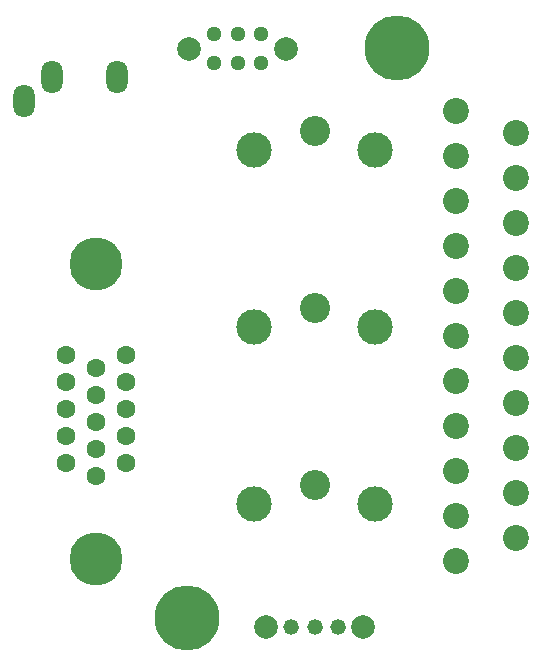
<source format=gbr>
%TF.GenerationSoftware,KiCad,Pcbnew,7.0.11+dfsg-1*%
%TF.CreationDate,2024-03-22T13:59:40+02:00*%
%TF.ProjectId,dexx_video_adapter,64657878-5f76-4696-9465-6f5f61646170,rev?*%
%TF.SameCoordinates,Original*%
%TF.FileFunction,Soldermask,Bot*%
%TF.FilePolarity,Negative*%
%FSLAX46Y46*%
G04 Gerber Fmt 4.6, Leading zero omitted, Abs format (unit mm)*
G04 Created by KiCad (PCBNEW 7.0.11+dfsg-1) date 2024-03-22 13:59:40*
%MOMM*%
%LPD*%
G01*
G04 APERTURE LIST*
%ADD10C,1.295400*%
%ADD11C,2.006600*%
%ADD12C,2.550000*%
%ADD13C,3.000000*%
%ADD14C,5.500000*%
%ADD15C,1.600000*%
%ADD16C,4.500000*%
%ADD17C,1.320800*%
%ADD18C,2.200000*%
%ADD19O,1.800000X2.800000*%
G04 APERTURE END LIST*
D10*
%TO.C,SW2*%
X46668700Y-17884600D03*
X44662100Y-17884600D03*
X42655500Y-17884600D03*
X46668700Y-15395400D03*
X44662100Y-15395400D03*
X42655500Y-15395400D03*
D11*
X48764200Y-16640000D03*
X40560000Y-16640000D03*
%TD*%
D12*
%TO.C,J3*%
X51180000Y-38600000D03*
D13*
X46030000Y-40200000D03*
X56330000Y-40200000D03*
%TD*%
D12*
%TO.C,J4*%
X51180000Y-23600000D03*
D13*
X46030000Y-25200000D03*
X56330000Y-25200000D03*
%TD*%
D14*
%TO.C,MH2*%
X58140000Y-16590000D03*
%TD*%
D15*
%TO.C,J6*%
X35240000Y-51690000D03*
X35240000Y-49400000D03*
X35240000Y-47110000D03*
X35240000Y-44820000D03*
X35240000Y-42530000D03*
X32700000Y-52830000D03*
X32700000Y-50540000D03*
X32700000Y-48250000D03*
X32700000Y-45960000D03*
D16*
X32700000Y-34870000D03*
D15*
X32700000Y-43670000D03*
D16*
X32700000Y-59870000D03*
D15*
X30160000Y-51690000D03*
X30160000Y-49400000D03*
X30160000Y-47110000D03*
X30160000Y-44820000D03*
X30160000Y-42530000D03*
%TD*%
D12*
%TO.C,J2*%
X51180000Y-53600000D03*
D13*
X46030000Y-55200000D03*
X56330000Y-55200000D03*
%TD*%
D17*
%TO.C,SW1*%
X49200000Y-65600000D03*
X51200001Y-65600000D03*
X53200002Y-65600000D03*
D11*
X47097901Y-65600000D03*
X55302101Y-65600000D03*
%TD*%
D18*
%TO.C,J1*%
X63170000Y-21910000D03*
X68250000Y-23815000D03*
X63170000Y-25720000D03*
X68250000Y-27625000D03*
X63170000Y-29530000D03*
X68250000Y-31435000D03*
X63170000Y-33340000D03*
X68250000Y-35245000D03*
X63170000Y-37150000D03*
X68250000Y-39055000D03*
X63170000Y-40960000D03*
X68250000Y-42865000D03*
X63170000Y-44770000D03*
X68250000Y-46675000D03*
X63170000Y-48580000D03*
X68250000Y-50485000D03*
X63170000Y-52390000D03*
X68250000Y-54295000D03*
X63170000Y-56200000D03*
X68250000Y-58105000D03*
X63170000Y-60010000D03*
%TD*%
D19*
%TO.C,J5*%
X34440000Y-19060000D03*
X26540000Y-21060000D03*
X28940000Y-19060000D03*
%TD*%
D14*
%TO.C,MH1*%
X40400000Y-64810000D03*
%TD*%
M02*

</source>
